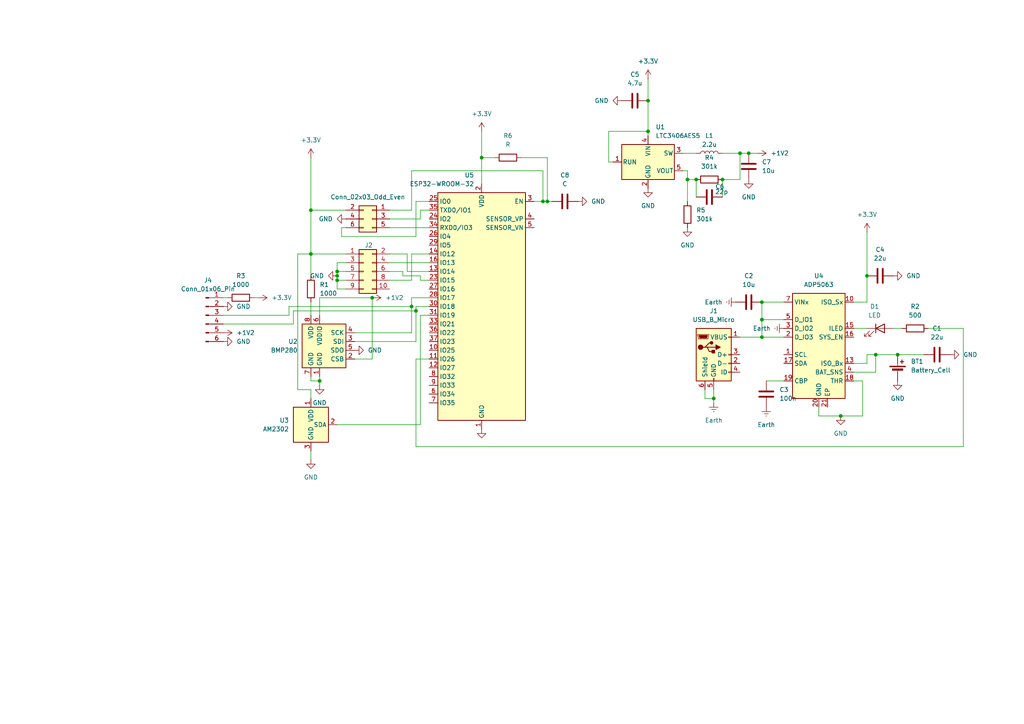
<source format=kicad_sch>
(kicad_sch (version 20240101) (generator "eeschema") (generator_version "8.99")
  (paper "A4")
  (lib_symbols
    (symbol "Battery_Management:ADP5063"
      (property "Reference" "U" (at -6.35 -16.51 0))
      (property "Value" "ADP5063" (at 2.54 16.51 0))
      (symbol "ADP5063_1_1"
        (rectangle (start -7.62 15.24) (end 7.62 -15.24) (stroke (width 0.254)) (fill (type background)))
        (pin input line (at -10.16 -2.54 0) (length 2.54) (name "SCL") (number "1"))
        (pin power_out line (at 10.16 12.7 180) (length 2.54) (name "ISO_Sx") (number "10"))
        (pin passive line (at 10.16 12.7 180) (length 2.54) hide (name "ISO_Sx") (number "11"))
        (pin passive line (at 10.16 -5.08 180) (length 2.54) hide (name "ISO_Bx") (number "12"))
        (pin passive line (at 10.16 -5.08 180) (length 2.54) (name "ISO_Bx") (number "13"))
        (pin passive line (at 10.16 -5.08 180) (length 2.54) hide (name "ISO_Bx") (number "14"))
        (pin open_collector line (at 10.16 5.08 180) (length 2.54) (name "ILED") (number "15"))
        (pin open_collector line (at 10.16 2.54 180) (length 2.54) (name "SYS_EN") (number "16"))
        (pin bidirectional line (at -10.16 -5.08 0) (length 2.54) (name "SDA") (number "17"))
        (pin passive line (at 10.16 -10.16 180) (length 2.54) (name "THR") (number "18"))
        (pin passive line (at -10.16 -10.16 0) (length 2.54) (name "CBP") (number "19"))
        (pin bidirectional line (at -10.16 2.54 0) (length 2.54) (name "D_IO3") (number "2"))
        (pin power_in line (at 0 -17.78 90) (length 2.54) (name "GND") (number "20"))
        (pin passive line (at 2.54 -17.78 90) (length 2.54) (name "EP") (number "21"))
        (pin bidirectional line (at -10.16 5.08 0) (length 2.54) (name "D_IO2") (number "3"))
        (pin passive line (at 10.16 -7.62 180) (length 2.54) (name "BAT_SNS") (number "4"))
        (pin bidirectional line (at -10.16 7.62 0) (length 2.54) (name "D_IO1") (number "5"))
        (pin input line (at -10.16 12.7 0) (length 2.54) hide (name "VINx") (number "6"))
        (pin input line (at -10.16 12.7 0) (length 2.54) (name "VINx") (number "7"))
        (pin input line (at -10.16 12.7 0) (length 2.54) hide (name "VINx") (number "8"))
        (pin passive line (at 10.16 12.7 180) (length 2.54) hide (name "ISO_Sx") (number "9"))
      )
    )
    (symbol "Connector:Conn_01x06_Pin" (pin_names (offset 1.016) hide)
      (property "Reference" "J" (at 0 7.62 0))
      (property "Value" "Conn_01x06_Pin" (at 0 -10.16 0))
      (symbol "Conn_01x06_Pin_1_1"
        (polyline (pts (xy 1.27 -7.62) (xy 0.8636 -7.62)) (stroke (width 0.1524)))
        (polyline (pts (xy 1.27 -5.08) (xy 0.8636 -5.08)) (stroke (width 0.1524)))
        (polyline (pts (xy 1.27 -2.54) (xy 0.8636 -2.54)) (stroke (width 0.1524)))
        (polyline (pts (xy 1.27 0) (xy 0.8636 0)) (stroke (width 0.1524)))
        (polyline (pts (xy 1.27 2.54) (xy 0.8636 2.54)) (stroke (width 0.1524)))
        (polyline (pts (xy 1.27 5.08) (xy 0.8636 5.08)) (stroke (width 0.1524)))
        (rectangle (start 0.8636 -7.493) (end 0 -7.747) (stroke (width 0.1524)) (fill (type outline)))
        (rectangle (start 0.8636 -4.953) (end 0 -5.207) (stroke (width 0.1524)) (fill (type outline)))
        (rectangle (start 0.8636 -2.413) (end 0 -2.667) (stroke (width 0.1524)) (fill (type outline)))
        (rectangle (start 0.8636 0.127) (end 0 -0.127) (stroke (width 0.1524)) (fill (type outline)))
        (rectangle (start 0.8636 2.667) (end 0 2.413) (stroke (width 0.1524)) (fill (type outline)))
        (rectangle (start 0.8636 5.207) (end 0 4.953) (stroke (width 0.1524)) (fill (type outline)))
        (pin passive line (at 5.08 5.08 180) (length 3.81) (name "Pin_1") (number "1"))
        (pin passive line (at 5.08 2.54 180) (length 3.81) (name "Pin_2") (number "2"))
        (pin passive line (at 5.08 0 180) (length 3.81) (name "Pin_3") (number "3"))
        (pin passive line (at 5.08 -2.54 180) (length 3.81) (name "Pin_4") (number "4"))
        (pin passive line (at 5.08 -5.08 180) (length 3.81) (name "Pin_5") (number "5"))
        (pin passive line (at 5.08 -7.62 180) (length 3.81) (name "Pin_6") (number "6"))
      )
    )
    (symbol "Connector:USB_B_Micro" (pin_names (offset 1.016))
      (property "Reference" "J" (at -5.08 11.43 0))
      (property "Value" "USB_B_Micro" (at -5.08 8.89 0))
      (symbol "USB_B_Micro_0_1"
        (rectangle (start -5.08 -7.62) (end 5.08 7.62) (stroke (width 0.254)) (fill (type background)))
        (circle (center -3.81 2.159) (radius 0.635) (stroke (width 0.254)) (fill (type outline)))
        (circle (center -0.635 3.429) (radius 0.381) (stroke (width 0.254)) (fill (type outline)))
        (rectangle (start -0.127 -7.62) (end 0.127 -6.858))
        (polyline (pts (xy -1.905 2.159) (xy 0.635 2.159)) (stroke (width 0.254)))
        (polyline (pts (xy -3.175 2.159) (xy -2.54 2.159) (xy -1.27 3.429) (xy -0.635 3.429)) (stroke (width 0.254)))
        (polyline (pts (xy -2.54 2.159) (xy -1.905 2.159) (xy -1.27 0.889) (xy 0 0.889)) (stroke (width 0.254)))
        (polyline (pts (xy 0.635 2.794) (xy 0.635 1.524) (xy 1.905 2.159) (xy 0.635 2.794)) (stroke (width 0.254)) (fill (type outline)))
        (polyline (pts (xy -4.318 5.588) (xy -1.778 5.588) (xy -2.032 4.826) (xy -4.064 4.826) (xy -4.318 5.588)) (fill (type outline)))
        (polyline (pts (xy -4.699 5.842) (xy -4.699 5.588) (xy -4.445 4.826) (xy -4.445 4.572) (xy -1.651 4.572) (xy -1.651 4.826) (xy -1.397 5.588) (xy -1.397 5.842) (xy -4.699 5.842)))
        (rectangle (start 0.254 1.27) (end -0.508 0.508) (stroke (width 0.254)) (fill (type outline)))
        (rectangle (start 5.08 -5.207) (end 4.318 -4.953))
        (rectangle (start 5.08 -2.667) (end 4.318 -2.413))
        (rectangle (start 5.08 -0.127) (end 4.318 0.127))
        (rectangle (start 5.08 4.953) (end 4.318 5.207))
      )
      (symbol "USB_B_Micro_1_1"
        (pin power_out line (at 7.62 5.08 180) (length 2.54) (name "VBUS") (number "1"))
        (pin bidirectional line (at 7.62 -2.54 180) (length 2.54) (name "D-") (number "2"))
        (pin bidirectional line (at 7.62 0 180) (length 2.54) (name "D+") (number "3"))
        (pin passive line (at 7.62 -5.08 180) (length 2.54) (name "ID") (number "4"))
        (pin power_out line (at 0 -10.16 90) (length 2.54) (name "GND") (number "5"))
        (pin passive line (at -2.54 -10.16 90) (length 2.54) (name "Shield") (number "6"))
      )
    )
    (symbol "Connector_Generic:Conn_02x03_Odd_Even" (pin_names (offset 1.016) hide)
      (property "Reference" "J" (at 1.27 5.08 0))
      (property "Value" "Conn_02x03_Odd_Even" (at 1.27 -5.08 0))
      (symbol "Conn_02x03_Odd_Even_1_1"
        (rectangle (start -1.27 -2.413) (end 0 -2.667) (stroke (width 0.1524)))
        (rectangle (start -1.27 0.127) (end 0 -0.127) (stroke (width 0.1524)))
        (rectangle (start -1.27 2.667) (end 0 2.413) (stroke (width 0.1524)))
        (rectangle (start -1.27 3.81) (end 3.81 -3.81) (stroke (width 0.254)) (fill (type background)))
        (rectangle (start 3.81 -2.413) (end 2.54 -2.667) (stroke (width 0.1524)))
        (rectangle (start 3.81 0.127) (end 2.54 -0.127) (stroke (width 0.1524)))
        (rectangle (start 3.81 2.667) (end 2.54 2.413) (stroke (width 0.1524)))
        (pin passive line (at -5.08 2.54 0) (length 3.81) (name "Pin_1") (number "1"))
        (pin passive line (at 7.62 2.54 180) (length 3.81) (name "Pin_2") (number "2"))
        (pin passive line (at -5.08 0 0) (length 3.81) (name "Pin_3") (number "3"))
        (pin passive line (at 7.62 0 180) (length 3.81) (name "Pin_4") (number "4"))
        (pin passive line (at -5.08 -2.54 0) (length 3.81) (name "Pin_5") (number "5"))
        (pin passive line (at 7.62 -2.54 180) (length 3.81) (name "Pin_6") (number "6"))
      )
    )
    (symbol "Connector_Generic:Conn_02x05_Odd_Even" (pin_names (offset 1.016) hide)
      (property "Reference" "J" (at 1.27 7.62 0))
      (property "Value" "Conn_02x05_Odd_Even" (at 1.27 -7.62 0))
      (symbol "Conn_02x05_Odd_Even_1_1"
        (rectangle (start -1.27 -4.953) (end 0 -5.207) (stroke (width 0.1524)))
        (rectangle (start -1.27 -2.413) (end 0 -2.667) (stroke (width 0.1524)))
        (rectangle (start -1.27 0.127) (end 0 -0.127) (stroke (width 0.1524)))
        (rectangle (start -1.27 2.667) (end 0 2.413) (stroke (width 0.1524)))
        (rectangle (start -1.27 5.207) (end 0 4.953) (stroke (width 0.1524)))
        (rectangle (start -1.27 6.35) (end 3.81 -6.35) (stroke (width 0.254)) (fill (type background)))
        (rectangle (start 3.81 -4.953) (end 2.54 -5.207) (stroke (width 0.1524)))
        (rectangle (start 3.81 -2.413) (end 2.54 -2.667) (stroke (width 0.1524)))
        (rectangle (start 3.81 0.127) (end 2.54 -0.127) (stroke (width 0.1524)))
        (rectangle (start 3.81 2.667) (end 2.54 2.413) (stroke (width 0.1524)))
        (rectangle (start 3.81 5.207) (end 2.54 4.953) (stroke (width 0.1524)))
        (pin passive line (at -5.08 5.08 0) (length 3.81) (name "Pin_1") (number "1"))
        (pin passive line (at 7.62 -5.08 180) (length 3.81) (name "Pin_10") (number "10"))
        (pin passive line (at 7.62 5.08 180) (length 3.81) (name "Pin_2") (number "2"))
        (pin passive line (at -5.08 2.54 0) (length 3.81) (name "Pin_3") (number "3"))
        (pin passive line (at 7.62 2.54 180) (length 3.81) (name "Pin_4") (number "4"))
        (pin passive line (at -5.08 0 0) (length 3.81) (name "Pin_5") (number "5"))
        (pin passive line (at 7.62 0 180) (length 3.81) (name "Pin_6") (number "6"))
        (pin passive line (at -5.08 -2.54 0) (length 3.81) (name "Pin_7") (number "7"))
        (pin passive line (at 7.62 -2.54 180) (length 3.81) (name "Pin_8") (number "8"))
        (pin passive line (at -5.08 -5.08 0) (length 3.81) (name "Pin_9") (number "9"))
      )
    )
    (symbol "Device:Battery_Cell" (pin_numbers hide) (pin_names (offset 0) hide)
      (property "Reference" "BT" (at 2.54 2.54 0))
      (property "Value" "Battery_Cell" (at 2.54 0 0))
      (symbol "Battery_Cell_0_1"
        (rectangle (start -2.286 1.778) (end 2.286 1.524) (fill (type outline)))
        (rectangle (start -1.524 1.016) (end 1.524 0.508) (fill (type outline)))
        (polyline (pts (xy 0 0.762) (xy 0 0)))
        (polyline (pts (xy 0 1.778) (xy 0 2.54)))
        (polyline (pts (xy 0.762 3.048) (xy 1.778 3.048)) (stroke (width 0.254)))
        (polyline (pts (xy 1.27 3.556) (xy 1.27 2.54)) (stroke (width 0.254)))
      )
      (symbol "Battery_Cell_1_1"
        (pin passive line (at 0 5.08 270) (length 2.54) (name "+") (number "1"))
        (pin passive line (at 0 -2.54 90) (length 2.54) (name "-") (number "2"))
      )
    )
    (symbol "Device:C" (pin_numbers hide) (pin_names (offset 0.254))
      (property "Reference" "C" (at 0.635 2.54 0))
      (property "Value" "C" (at 0.635 -2.54 0))
      (symbol "C_0_1"
        (polyline (pts (xy -2.032 -0.762) (xy 2.032 -0.762)) (stroke (width 0.508)))
        (polyline (pts (xy -2.032 0.762) (xy 2.032 0.762)) (stroke (width 0.508)))
      )
      (symbol "C_1_1"
        (pin passive line (at 0 3.81 270) (length 2.794) (name "~") (number "1"))
        (pin passive line (at 0 -3.81 90) (length 2.794) (name "~") (number "2"))
      )
    )
    (symbol "Device:L" (pin_numbers hide) (pin_names (offset 1.016) hide)
      (property "Reference" "L" (at -1.27 0 90))
      (property "Value" "L" (at 1.905 0 90))
      (symbol "L_0_1"
        (arc (start 0 -2.54) (mid 0.6323 -1.905) (end 0 -1.27))
        (arc (start 0 -1.27) (mid 0.6323 -0.635) (end 0 0))
        (arc (start 0 0) (mid 0.6323 0.635) (end 0 1.27))
        (arc (start 0 1.27) (mid 0.6323 1.905) (end 0 2.54))
      )
      (symbol "L_1_1"
        (pin passive line (at 0 3.81 270) (length 1.27) (name "1") (number "1"))
        (pin passive line (at 0 -3.81 90) (length 1.27) (name "2") (number "2"))
      )
    )
    (symbol "Device:LED" (pin_numbers hide) (pin_names (offset 1.016) hide)
      (property "Reference" "D" (at 0 2.54 0))
      (property "Value" "LED" (at 0 -2.54 0))
      (symbol "LED_0_1"
        (polyline (pts (xy -1.27 -1.27) (xy -1.27 1.27)) (stroke (width 0.254)))
        (polyline (pts (xy -1.27 0) (xy 1.27 0)))
        (polyline (pts (xy 1.27 -1.27) (xy 1.27 1.27) (xy -1.27 0) (xy 1.27 -1.27)) (stroke (width 0.254)))
        (polyline (pts (xy -3.048 -0.762) (xy -4.572 -2.286) (xy -3.81 -2.286) (xy -4.572 -2.286) (xy -4.572 -1.524)))
        (polyline (pts (xy -1.778 -0.762) (xy -3.302 -2.286) (xy -2.54 -2.286) (xy -3.302 -2.286) (xy -3.302 -1.524)))
      )
      (symbol "LED_1_1"
        (pin passive line (at -3.81 0 0) (length 2.54) (name "K") (number "1"))
        (pin passive line (at 3.81 0 180) (length 2.54) (name "A") (number "2"))
      )
    )
    (symbol "Device:R" (pin_numbers hide) (pin_names (offset 0))
      (property "Reference" "R" (at 2.032 0 90))
      (property "Value" "R" (at 0 0 90))
      (symbol "R_0_1"
        (rectangle (start -1.016 -2.54) (end 1.016 2.54) (stroke (width 0.254)))
      )
      (symbol "R_1_1"
        (pin passive line (at 0 3.81 270) (length 1.27) (name "~") (number "1"))
        (pin passive line (at 0 -3.81 90) (length 1.27) (name "~") (number "2"))
      )
    )
    (symbol "RF_Module:ESP32-WROOM-32E"
      (property "Reference" "U" (at -12.7 34.29 0))
      (property "Value" "ESP32-WROOM-32E" (at 1.27 34.29 0))
      (symbol "ESP32-WROOM-32E_0_1"
        (rectangle (start -12.7 33.02) (end 12.7 -33.02) (stroke (width 0.254)) (fill (type background)))
      )
      (symbol "ESP32-WROOM-32E_1_1"
        (pin power_in line (at 0 -35.56 90) (length 2.54) (name "GND") (number "1"))
        (pin bidirectional line (at 15.24 -12.7 180) (length 2.54) (name "IO25") (number "10"))
        (pin bidirectional line (at 15.24 -15.24 180) (length 2.54) (name "IO26") (number "11"))
        (pin bidirectional line (at 15.24 -17.78 180) (length 2.54) (name "IO27") (number "12"))
        (pin bidirectional line (at 15.24 10.16 180) (length 2.54) (name "IO14") (number "13"))
        (pin bidirectional line (at 15.24 15.24 180) (length 2.54) (name "IO12") (number "14"))
        (pin passive line (at 0 -35.56 90) (length 2.54) hide (name "GND") (number "15"))
        (pin bidirectional line (at 15.24 12.7 180) (length 2.54) (name "IO13") (number "16"))
        (pin no_connect line (at -12.7 -5.08 0) (length 2.54) hide (name "NC") (number "17"))
        (pin no_connect line (at -12.7 -7.62 0) (length 2.54) hide (name "NC") (number "18"))
        (pin no_connect line (at -12.7 -12.7 0) (length 2.54) hide (name "NC") (number "19"))
        (pin power_in line (at 0 35.56 270) (length 2.54) (name "VDD") (number "2"))
        (pin no_connect line (at -12.7 -10.16 0) (length 2.54) hide (name "NC") (number "20"))
        (pin no_connect line (at -12.7 0 0) (length 2.54) hide (name "NC") (number "21"))
        (pin no_connect line (at -12.7 -2.54 0) (length 2.54) hide (name "NC") (number "22"))
        (pin bidirectional line (at 15.24 7.62 180) (length 2.54) (name "IO15") (number "23"))
        (pin bidirectional line (at 15.24 25.4 180) (length 2.54) (name "IO2") (number "24"))
        (pin bidirectional line (at 15.24 30.48 180) (length 2.54) (name "IO0") (number "25"))
        (pin bidirectional line (at 15.24 20.32 180) (length 2.54) (name "IO4") (number "26"))
        (pin bidirectional line (at 15.24 5.08 180) (length 2.54) (name "IO16") (number "27"))
        (pin bidirectional line (at 15.24 2.54 180) (length 2.54) (name "IO17") (number "28"))
        (pin bidirectional line (at 15.24 17.78 180) (length 2.54) (name "IO5") (number "29"))
        (pin input line (at -15.24 30.48 0) (length 2.54) (name "EN") (number "3"))
        (pin bidirectional line (at 15.24 0 180) (length 2.54) (name "IO18") (number "30"))
        (pin bidirectional line (at 15.24 -2.54 180) (length 2.54) (name "IO19") (number "31"))
        (pin no_connect line (at -12.7 -27.94 0) (length 2.54) hide (name "NC") (number "32"))
        (pin bidirectional line (at 15.24 -5.08 180) (length 2.54) (name "IO21") (number "33"))
        (pin bidirectional line (at 15.24 22.86 180) (length 2.54) (name "RXD0/IO3") (number "34"))
        (pin bidirectional line (at 15.24 27.94 180) (length 2.54) (name "TXD0/IO1") (number "35"))
        (pin bidirectional line (at 15.24 -7.62 180) (length 2.54) (name "IO22") (number "36"))
        (pin bidirectional line (at 15.24 -10.16 180) (length 2.54) (name "IO23") (number "37"))
        (pin passive line (at 0 -35.56 90) (length 2.54) hide (name "GND") (number "38"))
        (pin passive line (at 0 -35.56 90) (length 2.54) hide (name "GND") (number "39"))
        (pin input line (at -15.24 25.4 0) (length 2.54) (name "SENSOR_VP") (number "4"))
        (pin input line (at -15.24 22.86 0) (length 2.54) (name "SENSOR_VN") (number "5"))
        (pin input line (at 15.24 -25.4 180) (length 2.54) (name "IO34") (number "6"))
        (pin input line (at 15.24 -27.94 180) (length 2.54) (name "IO35") (number "7"))
        (pin bidirectional line (at 15.24 -20.32 180) (length 2.54) (name "IO32") (number "8"))
        (pin bidirectional line (at 15.24 -22.86 180) (length 2.54) (name "IO33") (number "9"))
      )
    )
    (symbol "Regulator_Switching:LTC3406AES5" (pin_names (offset 0.254))
      (property "Reference" "U" (at -6.35 6.35 0))
      (property "Value" "LTC3406AES5" (at 1.27 6.35 0))
      (symbol "LTC3406AES5_0_1"
        (rectangle (start -7.62 5.08) (end 7.62 -5.08) (stroke (width 0.254)) (fill (type background)))
      )
      (symbol "LTC3406AES5_1_1"
        (pin input line (at -10.16 0 0) (length 2.54) (name "RUN") (number "1"))
        (pin power_in line (at 0 -7.62 90) (length 2.54) (name "GND") (number "2"))
        (pin output line (at 10.16 2.54 180) (length 2.54) (name "SW") (number "3"))
        (pin power_in line (at 0 7.62 270) (length 2.54) (name "VIN") (number "4"))
        (pin power_out line (at 10.16 -2.54 180) (length 2.54) (name "VOUT") (number "5"))
      )
    )
    (symbol "Sensor:AM2302"
      (property "Reference" "U" (at -3.81 6.35 0))
      (property "Value" "AM2302" (at 3.81 6.35 0))
      (symbol "AM2302_0_1"
        (rectangle (start -5.08 5.08) (end 5.08 -5.08) (stroke (width 0.254)) (fill (type background)))
      )
      (symbol "AM2302_1_1"
        (pin power_in line (at 0 7.62 270) (length 2.54) (name "VDD") (number "1"))
        (pin bidirectional line (at 7.62 0 180) (length 2.54) (name "SDA") (number "2"))
        (pin power_in line (at 0 -7.62 90) (length 2.54) (name "GND") (number "3"))
        (pin passive line (at 0 -7.62 90) (length 2.54) hide (name "GND") (number "4"))
      )
    )
    (symbol "Sensor_Pressure:BMP280"
      (property "Reference" "U" (at -7.62 10.16 0))
      (property "Value" "BMP280" (at 5.08 10.16 0))
      (symbol "BMP280_0_1"
        (rectangle (start -7.62 -5.08) (end 5.08 7.62) (stroke (width 0.254)) (fill (type background)))
      )
      (symbol "BMP280_1_1"
        (pin power_in line (at 0 -7.62 90) (length 2.54) (name "GND") (number "1"))
        (pin input line (at -10.16 -2.54 0) (length 2.54) (name "CSB") (number "2"))
        (pin bidirectional line (at -10.16 2.54 0) (length 2.54) (name "SDI") (number "3"))
        (pin input line (at -10.16 5.08 0) (length 2.54) (name "SCK") (number "4"))
        (pin bidirectional line (at -10.16 0 0) (length 2.54) (name "SDO") (number "5"))
        (pin power_in line (at 0 10.16 270) (length 2.54) (name "VDDIO") (number "6"))
        (pin power_in line (at 2.54 -7.62 90) (length 2.54) (name "GND") (number "7"))
        (pin power_in line (at 2.54 10.16 270) (length 2.54) (name "VDD") (number "8"))
      )
    )
    (symbol "power:+1V2" (power) (pin_numbers hide) (pin_names (offset 0) hide)
      (property "Value" "+1V2" (at 0 3.556 0))
      (symbol "+1V2_0_1"
        (polyline (pts (xy -0.762 1.27) (xy 0 2.54)))
        (polyline (pts (xy 0 0) (xy 0 2.54)))
        (polyline (pts (xy 0 2.54) (xy 0.762 1.27)))
      )
      (symbol "+1V2_1_1"
        (pin power_in line (at 0 0 90) (length 0) (name "~") (number "1"))
      )
    )
    (symbol "power:+3.3V" (power) (pin_numbers hide) (pin_names (offset 0) hide)
      (property "Value" "+3.3V" (at 0 3.556 0))
      (symbol "+3.3V_0_1"
        (polyline (pts (xy -0.762 1.27) (xy 0 2.54)))
        (polyline (pts (xy 0 0) (xy 0 2.54)))
        (polyline (pts (xy 0 2.54) (xy 0.762 1.27)))
      )
      (symbol "+3.3V_1_1"
        (pin power_in line (at 0 0 90) (length 0) (name "~") (number "1"))
      )
    )
    (symbol "power:Earth" (power) (pin_numbers hide) (pin_names (offset 0) hide)
      (property "Value" "Earth" (at 0 -3.81 0))
      (symbol "Earth_0_1"
        (polyline (pts (xy -0.635 -1.905) (xy 0.635 -1.905)))
        (polyline (pts (xy -0.127 -2.54) (xy 0.127 -2.54)))
        (polyline (pts (xy 0 -1.27) (xy 0 0)))
        (polyline (pts (xy 1.27 -1.27) (xy -1.27 -1.27)))
      )
      (symbol "Earth_1_1"
        (pin power_in line (at 0 0 270) (length 0) (name "~") (number "1"))
      )
    )
    (symbol "power:GND" (power) (pin_numbers hide) (pin_names (offset 0) hide)
      (property "Value" "GND" (at 0 -3.81 0))
      (symbol "GND_0_1"
        (polyline (pts (xy 0 0) (xy 0 -1.27) (xy 1.27 -1.27) (xy 0 -2.54) (xy -1.27 -1.27) (xy 0 -1.27)))
      )
      (symbol "GND_1_1"
        (pin power_in line (at 0 0 270) (length 0) (name "~") (number "1"))
      )
    )
  )
  (junction (at 120.65 90.17))
  (junction (at 97.79 80.01))
  (junction (at 157.48 58.42))
  (junction (at 220.98 92.71))
  (junction (at 243.84 120.65))
  (junction (at 207.01 115.57))
  (junction (at 187.96 29.21))
  (junction (at 199.39 52.07))
  (junction (at 97.79 78.74))
  (junction (at 217.17 44.45))
  (junction (at 139.7 45.72))
  (junction (at 119.38 88.9))
  (junction (at 260.35 102.87))
  (junction (at 254 102.87))
  (junction (at 187.96 38.1))
  (junction (at 92.71 110.49))
  (junction (at 209.55 52.07))
  (junction (at 90.17 73.66))
  (junction (at 251.46 80.01))
  (junction (at 201.93 52.07))
  (junction (at 220.98 87.63))
  (junction (at 90.17 60.96))
  (junction (at 158.75 58.42))
  (junction (at 107.95 86.36))
  (junction (at 220.98 97.79))
  (junction (at 97.79 81.28))
  (junction (at 214.63 44.45))
  (wire (pts (xy 92.71 111.76) (xy 92.71 110.49)))
  (wire (pts (xy 90.17 87.63) (xy 90.17 91.44)))
  (wire (pts (xy 100.33 76.2) (xy 97.79 76.2)))
  (wire (pts (xy 158.75 45.72) (xy 158.75 58.42)))
  (wire (pts (xy 100.33 66.04) (xy 99.06 66.04)))
  (wire (pts (xy 90.17 73.66) (xy 90.17 80.01)))
  (wire (pts (xy 83.82 91.44) (xy 83.82 88.9)))
  (wire (pts (xy 116.84 80.01) (xy 121.92 80.01)))
  (wire (pts (xy 97.79 81.28) (xy 100.33 81.28)))
  (wire (pts (xy 176.53 38.1) (xy 176.53 46.99)))
  (wire (pts (xy 251.46 80.01) (xy 251.46 67.31)))
  (wire (pts (xy 97.79 123.19) (xy 121.92 123.19)))
  (wire (pts (xy 100.33 73.66) (xy 90.17 73.66)))
  (wire (pts (xy 99.06 68.58) (xy 120.65 68.58)))
  (wire (pts (xy 90.17 110.49) (xy 92.71 110.49)))
  (wire (pts (xy 120.65 129.54) (xy 120.65 104.14)))
  (wire (pts (xy 120.65 99.06) (xy 120.65 90.17)))
  (wire (pts (xy 254 107.95) (xy 254 102.87)))
  (wire (pts (xy 279.4 95.25) (xy 279.4 129.54)))
  (wire (pts (xy 199.39 52.07) (xy 201.93 52.07)))
  (wire (pts (xy 99.06 66.04) (xy 99.06 68.58)))
  (wire (pts (xy 85.09 93.98) (xy 85.09 90.17)))
  (wire (pts (xy 209.55 52.07) (xy 209.55 57.15)))
  (wire (pts (xy 92.71 86.36) (xy 107.95 86.36)))
  (wire (pts (xy 204.47 113.03) (xy 204.47 115.57)))
  (wire (pts (xy 97.79 81.28) (xy 97.79 83.82)))
  (wire (pts (xy 247.65 95.25) (xy 251.46 95.25)))
  (wire (pts (xy 97.79 80.01) (xy 97.79 81.28)))
  (wire (pts (xy 121.92 91.44) (xy 124.46 91.44)))
  (wire (pts (xy 187.96 29.21) (xy 187.96 38.1)))
  (wire (pts (xy 251.46 87.63) (xy 251.46 80.01)))
  (wire (pts (xy 121.92 81.28) (xy 124.46 81.28)))
  (wire (pts (xy 243.84 120.65) (xy 237.49 120.65)))
  (wire (pts (xy 119.38 86.36) (xy 124.46 86.36)))
  (wire (pts (xy 119.38 96.52) (xy 119.38 88.9)))
  (wire (pts (xy 254 102.87) (xy 260.35 102.87)))
  (wire (pts (xy 139.7 45.72) (xy 143.51 45.72)))
  (wire (pts (xy 120.65 104.14) (xy 124.46 104.14)))
  (wire (pts (xy 113.03 63.5) (xy 121.92 63.5)))
  (wire (pts (xy 247.65 110.49) (xy 250.19 110.49)))
  (wire (pts (xy 102.87 99.06) (xy 120.65 99.06)))
  (wire (pts (xy 113.03 73.66) (xy 118.11 73.66)))
  (wire (pts (xy 214.63 97.79) (xy 220.98 97.79)))
  (wire (pts (xy 222.25 110.49) (xy 227.33 110.49)))
  (wire (pts (xy 220.98 92.71) (xy 220.98 87.63)))
  (wire (pts (xy 118.11 78.74) (xy 124.46 78.74)))
  (wire (pts (xy 250.19 110.49) (xy 250.19 120.65)))
  (wire (pts (xy 90.17 109.22) (xy 90.17 110.49)))
  (wire (pts (xy 92.71 91.44) (xy 92.71 86.36)))
  (wire (pts (xy 90.17 113.03) (xy 86.36 113.03)))
  (wire (pts (xy 201.93 52.07) (xy 201.93 57.15)))
  (wire (pts (xy 97.79 78.74) (xy 97.79 80.01)))
  (wire (pts (xy 269.24 95.25) (xy 279.4 95.25)))
  (wire (pts (xy 199.39 49.53) (xy 198.12 49.53)))
  (wire (pts (xy 90.17 115.57) (xy 90.17 113.03)))
  (wire (pts (xy 120.65 90.17) (xy 120.65 88.9)))
  (wire (pts (xy 90.17 130.81) (xy 90.17 133.35)))
  (wire (pts (xy 107.95 104.14) (xy 102.87 104.14)))
  (wire (pts (xy 247.65 105.41) (xy 251.46 105.41)))
  (wire (pts (xy 121.92 123.19) (xy 121.92 91.44)))
  (wire (pts (xy 120.65 58.42) (xy 124.46 58.42)))
  (wire (pts (xy 259.08 95.25) (xy 261.62 95.25)))
  (wire (pts (xy 157.48 49.53) (xy 157.48 58.42)))
  (wire (pts (xy 116.84 78.74) (xy 116.84 80.01)))
  (wire (pts (xy 214.63 44.45) (xy 217.17 44.45)))
  (wire (pts (xy 64.77 86.36) (xy 66.04 86.36)))
  (wire (pts (xy 187.96 38.1) (xy 176.53 38.1)))
  (wire (pts (xy 187.96 38.1) (xy 187.96 39.37)))
  (wire (pts (xy 158.75 58.42) (xy 160.02 58.42)))
  (wire (pts (xy 204.47 115.57) (xy 207.01 115.57)))
  (wire (pts (xy 176.53 46.99) (xy 177.8 46.99)))
  (wire (pts (xy 113.03 60.96) (xy 119.38 60.96)))
  (wire (pts (xy 119.38 49.53) (xy 157.48 49.53)))
  (wire (pts (xy 90.17 60.96) (xy 100.33 60.96)))
  (wire (pts (xy 90.17 73.66) (xy 90.17 60.96)))
  (wire (pts (xy 199.39 49.53) (xy 199.39 52.07)))
  (wire (pts (xy 86.36 73.66) (xy 90.17 73.66)))
  (wire (pts (xy 92.71 109.22) (xy 92.71 110.49)))
  (wire (pts (xy 157.48 58.42) (xy 158.75 58.42)))
  (wire (pts (xy 151.13 45.72) (xy 158.75 45.72)))
  (wire (pts (xy 260.35 102.87) (xy 267.97 102.87)))
  (wire (pts (xy 251.46 105.41) (xy 251.46 102.87)))
  (wire (pts (xy 120.65 68.58) (xy 120.65 58.42)))
  (wire (pts (xy 209.55 44.45) (xy 214.63 44.45)))
  (wire (pts (xy 119.38 88.9) (xy 119.38 86.36)))
  (wire (pts (xy 187.96 22.86) (xy 187.96 29.21)))
  (wire (pts (xy 207.01 115.57) (xy 207.01 113.03)))
  (wire (pts (xy 250.19 120.65) (xy 243.84 120.65)))
  (wire (pts (xy 113.03 76.2) (xy 124.46 76.2)))
  (wire (pts (xy 121.92 60.96) (xy 124.46 60.96)))
  (wire (pts (xy 64.77 93.98) (xy 85.09 93.98)))
  (wire (pts (xy 214.63 52.07) (xy 214.63 44.45)))
  (wire (pts (xy 113.03 66.04) (xy 124.46 66.04)))
  (wire (pts (xy 121.92 80.01) (xy 121.92 81.28)))
  (wire (pts (xy 83.82 88.9) (xy 119.38 88.9)))
  (wire (pts (xy 198.12 44.45) (xy 201.93 44.45)))
  (wire (pts (xy 199.39 52.07) (xy 199.39 58.42)))
  (wire (pts (xy 220.98 92.71) (xy 227.33 92.71)))
  (wire (pts (xy 97.79 83.82) (xy 100.33 83.82)))
  (wire (pts (xy 220.98 97.79) (xy 227.33 97.79)))
  (wire (pts (xy 86.36 113.03) (xy 86.36 73.66)))
  (wire (pts (xy 73.66 86.36) (xy 74.93 86.36)))
  (wire (pts (xy 119.38 73.66) (xy 124.46 73.66)))
  (wire (pts (xy 279.4 129.54) (xy 120.65 129.54)))
  (wire (pts (xy 209.55 52.07) (xy 214.63 52.07)))
  (wire (pts (xy 119.38 81.28) (xy 119.38 73.66)))
  (wire (pts (xy 97.79 76.2) (xy 97.79 78.74)))
  (wire (pts (xy 251.46 102.87) (xy 254 102.87)))
  (wire (pts (xy 64.77 91.44) (xy 83.82 91.44)))
  (wire (pts (xy 113.03 78.74) (xy 116.84 78.74)))
  (wire (pts (xy 121.92 63.5) (xy 121.92 60.96)))
  (wire (pts (xy 139.7 53.34) (xy 139.7 45.72)))
  (wire (pts (xy 247.65 107.95) (xy 254 107.95)))
  (wire (pts (xy 102.87 96.52) (xy 119.38 96.52)))
  (wire (pts (xy 220.98 97.79) (xy 220.98 92.71)))
  (wire (pts (xy 220.98 87.63) (xy 227.33 87.63)))
  (wire (pts (xy 157.48 58.42) (xy 154.94 58.42)))
  (wire (pts (xy 139.7 45.72) (xy 139.7 38.1)))
  (wire (pts (xy 107.95 86.36) (xy 107.95 104.14)))
  (wire (pts (xy 120.65 88.9) (xy 124.46 88.9)))
  (wire (pts (xy 207.01 116.84) (xy 207.01 115.57)))
  (wire (pts (xy 97.79 78.74) (xy 100.33 78.74)))
  (wire (pts (xy 90.17 60.96) (xy 90.17 45.72)))
  (wire (pts (xy 119.38 60.96) (xy 119.38 49.53)))
  (wire (pts (xy 237.49 120.65) (xy 237.49 118.11)))
  (wire (pts (xy 113.03 81.28) (xy 119.38 81.28)))
  (wire (pts (xy 118.11 73.66) (xy 118.11 78.74)))
  (wire (pts (xy 217.17 44.45) (xy 219.71 44.45)))
  (wire (pts (xy 85.09 90.17) (xy 120.65 90.17)))
  (wire (pts (xy 247.65 87.63) (xy 251.46 87.63)))
  (symbol (lib_id "power:GND") (at 100.33 63.5 270) (mirror x) (unit 1)
    (property "Reference" "#PWR014" (effects (hide yes)))
    (property "Value" "GND" (at 96.52 63.4999 90) (effects (justify right)))
    (property "Description" "Power symbol creates a global label with name \"GND\" , ground" (effects (hide yes)))
  )
  (symbol (lib_id "power:+3.3V") (at 74.93 86.36 270) (unit 1)
    (property "Reference" "#PWR019" (effects (hide yes)))
    (property "Value" "+3.3V" (at 78.74 86.3599 90) (effects (justify left)))
    (property "Description" "Power symbol creates a global label with name \"+3.3V\"" (effects (hide yes)))
  )
  (symbol (lib_id "power:GND") (at 64.77 88.9 90) (unit 1)
    (property "Reference" "#PWR03" (effects (hide yes)))
    (property "Value" "GND" (at 68.58 88.8999 90) (effects (justify right)))
    (property "Description" "Power symbol creates a global label with name \"GND\" , ground" (effects (hide yes)))
  )
  (symbol (lib_id "Device:L") (at 205.74 44.45 90) (unit 1)
    (property "Reference" "L1" (at 205.74 39.37 90))
    (property "Value" "2.2u" (at 205.74 41.91 90))
    (property "Description" "Inductor" (effects (hide yes)))
  )
  (symbol (lib_id "power:GND") (at 90.17 133.35 0) (unit 1)
    (property "Reference" "#PWR05" (effects (hide yes)))
    (property "Value" "GND" (at 90.17 138.43 0))
    (property "Description" "Power symbol creates a global label with name \"GND\" , ground" (effects (hide yes)))
  )
  (symbol (lib_id "power:Earth") (at 222.25 118.11 0) (unit 1)
    (property "Reference" "#PWR012" (effects (hide yes)))
    (property "Value" "Earth" (at 222.25 123.19 0))
    (property "Description" "Power symbol creates a global label with name \"Earth\"" (effects (hide yes)))
  )
  (symbol (lib_id "Device:C") (at 217.17 48.26 180) (unit 1)
    (property "Reference" "C7" (at 220.98 46.9899 0) (effects (justify right)))
    (property "Value" "10u" (at 220.98 49.5299 0) (effects (justify right)))
    (property "Description" "Unpolarized capacitor" (effects (hide yes)))
  )
  (symbol (lib_id "power:GND") (at 199.39 66.04 0) (unit 1)
    (property "Reference" "#PWR027" (effects (hide yes)))
    (property "Value" "GND" (at 199.39 71.12 0))
    (property "Description" "Power symbol creates a global label with name \"GND\" , ground" (effects (hide yes)))
  )
  (symbol (lib_id "power:+1V2") (at 64.77 96.52 270) (unit 1)
    (property "Reference" "#PWR022" (effects (hide yes)))
    (property "Value" "+1V2" (at 68.58 96.5199 90) (effects (justify left)))
    (property "Description" "Power symbol creates a global label with name \"+1V2\"" (effects (hide yes)))
  )
  (symbol (lib_id "power:GND") (at 64.77 99.06 90) (unit 1)
    (property "Reference" "#PWR020" (effects (hide yes)))
    (property "Value" "GND" (at 68.58 99.0599 90) (effects (justify right)))
    (property "Description" "Power symbol creates a global label with name \"GND\" , ground" (effects (hide yes)))
  )
  (symbol (lib_id "power:Earth") (at 213.36 87.63 270) (unit 1)
    (property "Reference" "#PWR011" (effects (hide yes)))
    (property "Value" "Earth" (at 209.55 87.6299 90) (effects (justify right)))
    (property "Description" "Power symbol creates a global label with name \"Earth\"" (effects (hide yes)))
  )
  (symbol (lib_id "power:GND") (at 139.7 124.46 0) (unit 1)
    (property "Reference" "#PWR01" (effects (hide yes)))
    (property "Value" "GND" (effects (hide yes)))
    (property "Description" "Power symbol creates a global label with name \"GND\" , ground" (effects (hide yes)))
  )
  (symbol (lib_id "Device:LED") (at 255.27 95.25 0) (unit 1)
    (property "Reference" "D1" (at 253.6825 88.9 0))
    (property "Value" "LED" (at 253.6825 91.44 0))
    (property "Description" "Light emitting diode" (effects (hide yes)))
  )
  (symbol (lib_id "Connector_Generic:Conn_02x05_Odd_Even") (at 105.41 78.74 0) (unit 1)
    (property "Reference" "J2" (at 106.934 71.12 0))
    (property "Value" "Conn_02x05_Odd_Even" (effects (hide yes)))
    (property "Footprint" "Connector_IDC:IDC-Header_2x05_P2.54mm_Vertical" (effects (hide yes)))
    (property "Description" "Generic connector, double row, 02x05, odd/even pin numbering scheme (row 1 odd numbers, row 2 even numbers), script generated (kicad-library-utils/schlib/autogen/connector/)" (effects (hide yes)))
  )
  (symbol (lib_id "Device:C") (at 271.78 102.87 90) (unit 1)
    (property "Reference" "C1" (at 271.78 95.25 90))
    (property "Value" "22u" (at 271.78 97.79 90))
    (property "Description" "Unpolarized capacitor" (effects (hide yes)))
  )
  (symbol (lib_id "power:GND") (at 102.87 101.6 90) (unit 1)
    (property "Reference" "#PWR04" (effects (hide yes)))
    (property "Value" "GND" (at 106.68 101.5999 90) (effects (justify right)))
    (property "Description" "Power symbol creates a global label with name \"GND\" , ground" (effects (hide yes)))
  )
  (symbol (lib_id "power:Earth") (at 227.33 95.25 270) (unit 1)
    (property "Reference" "#PWR015" (effects (hide yes)))
    (property "Value" "Earth" (at 223.52 95.2499 90) (effects (justify right)))
    (property "Description" "Power symbol creates a global label with name \"Earth\"" (effects (hide yes)))
  )
  (symbol (lib_id "power:GND") (at 187.96 54.61 0) (unit 1)
    (property "Reference" "#PWR026" (effects (hide yes)))
    (property "Value" "GND" (at 187.96 59.69 0))
    (property "Description" "Power symbol creates a global label with name \"GND\" , ground" (effects (hide yes)))
  )
  (symbol (lib_id "Battery_Management:ADP5063") (at 237.49 100.33 0) (unit 1)
    (property "Reference" "U4" (at 237.49 80.01 0))
    (property "Value" "ADP5063" (at 237.49 82.55 0))
    (property "Footprint" "Package_DFN_QFN:QFN-20-1EP_4x4mm_P0.5mm_EP2.5x2.5mm" (effects (hide yes)))
    (property "Datasheet" "https://www.analog.com/media/en/technical-documentation/data-sheets/ADP5063.pdf" (effects (hide yes)))
    (property "Description" "Linear LiFePO4 Battery Charger with Power Path and USB Compatibility, LFCSP" (effects (hide yes)))
  )
  (symbol (lib_id "Connector:USB_B_Micro") (at 207.01 102.87 0) (unit 1)
    (property "Reference" "J1" (at 207.01 90.17 0))
    (property "Value" "USB_B_Micro" (at 207.01 92.71 0))
    (property "Description" "USB Micro Type B connector" (effects (hide yes)))
  )
  (symbol (lib_id "Device:C") (at 184.15 29.21 90) (unit 1)
    (property "Reference" "C5" (at 184.15 21.59 90))
    (property "Value" "4.7u" (at 184.15 24.13 90))
    (property "Description" "Unpolarized capacitor" (effects (hide yes)))
  )
  (symbol (lib_id "Sensor_Pressure:BMP280") (at 92.71 101.6 0) (mirror y) (unit 1)
    (property "Reference" "U2" (at 86.36 99.0599 0) (effects (justify left)))
    (property "Value" "BMP280" (at 86.36 101.5999 0) (effects (justify left)))
    (property "Footprint" "Package_LGA:Bosch_LGA-8_2.5x2.5mm_P0.65mm_ClockwisePinNumbering" (effects (hide yes)))
    (property "Datasheet" "https://ae-bst.resource.bosch.com/media/_tech/media/datasheets/BST-BMP280-DS001.pdf" (effects (hide yes)))
    (property "Description" "Absolute Barometric Pressure Sensor, LGA-8" (effects (hide yes)))
  )
  (symbol (lib_id "Device:C") (at 217.17 87.63 270) (unit 1)
    (property "Reference" "C2" (at 217.17 80.01 90))
    (property "Value" "10u" (at 217.17 82.55 90))
    (property "Description" "Unpolarized capacitor" (effects (hide yes)))
  )
  (symbol (lib_id "Device:R") (at 199.39 62.23 180) (unit 1)
    (property "Reference" "R5" (at 201.93 60.9599 0) (effects (justify right)))
    (property "Value" "301k" (at 201.93 63.4999 0) (effects (justify right)))
    (property "Description" "Resistor" (effects (hide yes)))
  )
  (symbol (lib_id "Device:R") (at 265.43 95.25 90) (unit 1)
    (property "Reference" "R2" (at 265.43 88.9 90))
    (property "Value" "500" (at 265.43 91.44 90))
    (property "Description" "Resistor" (effects (hide yes)))
  )
  (symbol (lib_id "power:+3.3V") (at 251.46 67.31 0) (unit 1)
    (property "Reference" "#PWR016" (effects (hide yes)))
    (property "Value" "+3.3V" (at 251.46 62.23 0))
    (property "Description" "Power symbol creates a global label with name \"+3.3V\"" (effects (hide yes)))
  )
  (symbol (lib_id "power:GND") (at 275.59 102.87 90) (unit 1)
    (property "Reference" "#PWR09" (effects (hide yes)))
    (property "Value" "GND" (at 279.4 102.8699 90) (effects (justify right)))
    (property "Description" "Power symbol creates a global label with name \"GND\" , ground" (effects (hide yes)))
  )
  (symbol (lib_id "Device:Battery_Cell") (at 260.35 107.95 0) (unit 1)
    (property "Reference" "BT1" (at 264.16 104.8384 0) (effects (justify left)))
    (property "Value" "Battery_Cell" (at 264.16 107.3784 0) (effects (justify left)))
    (property "Description" "Single-cell battery" (effects (hide yes)))
  )
  (symbol (lib_id "power:+3.3V") (at 90.17 45.72 0) (unit 1)
    (property "Reference" "#PWR018" (effects (hide yes)))
    (property "Value" "+3.3V" (at 90.17 40.64 0))
    (property "Description" "Power symbol creates a global label with name \"+3.3V\"" (effects (hide yes)))
  )
  (symbol (lib_id "power:+1V2") (at 219.71 44.45 270) (unit 1)
    (property "Reference" "#PWR024" (effects (hide yes)))
    (property "Value" "+1V2" (at 223.52 44.4499 90) (effects (justify left)))
    (property "Description" "Power symbol creates a global label with name \"+1V2\"" (effects (hide yes)))
  )
  (symbol (lib_id "Device:C") (at 205.74 57.15 90) (unit 1)
    (property "Reference" "C6" (at 208.788 54.102 90))
    (property "Value" "22p" (at 209.296 55.626 90))
    (property "Description" "Unpolarized capacitor" (effects (hide yes)))
  )
  (symbol (lib_id "power:GND") (at 217.17 52.07 0) (unit 1)
    (property "Reference" "#PWR028" (effects (hide yes)))
    (property "Value" "GND" (at 217.17 57.15 0))
    (property "Description" "Power symbol creates a global label with name \"GND\" , ground" (effects (hide yes)))
  )
  (symbol (lib_id "Device:C") (at 222.25 114.3 0) (unit 1)
    (property "Reference" "C3" (at 226.06 113.0299 0) (effects (justify left)))
    (property "Value" "100n" (at 226.06 115.5699 0) (effects (justify left)))
    (property "Description" "Unpolarized capacitor" (effects (hide yes)))
  )
  (symbol (lib_id "power:GND") (at 92.71 111.76 0) (unit 1)
    (property "Reference" "#PWR02" (effects (hide yes)))
    (property "Value" "GND" (at 92.71 116.84 0))
    (property "Description" "Power symbol creates a global label with name \"GND\" , ground" (effects (hide yes)))
  )
  (symbol (lib_id "power:+1V2") (at 107.95 86.36 270) (unit 1)
    (property "Reference" "#PWR021" (effects (hide yes)))
    (property "Value" "+1V2" (at 111.76 86.3599 90) (effects (justify left)))
    (property "Description" "Power symbol creates a global label with name \"+1V2\"" (effects (hide yes)))
  )
  (symbol (lib_id "RF_Module:ESP32-WROOM-32E") (at 139.7 88.9 0) (mirror y) (unit 1)
    (property "Reference" "U5" (at 137.5059 50.8 0) (effects (justify left)))
    (property "Value" "ESP32-WROOM-32" (at 137.5059 53.34 0) (effects (justify left)))
    (property "Footprint" "RF_Module:ESP32-WROOM-32D" (effects (hide yes)))
    (property "Datasheet" "https://www.espressif.com/sites/default/files/documentation/esp32-wroom-32e_esp32-wroom-32ue_datasheet_en.pdf" (effects (hide yes)))
    (property "Description" "RF Module, ESP32-D0WD-V3 SoC, without PSRAM, Wi-Fi 802.11b/g/n, Bluetooth, BLE, 32-bit, 2.7-3.6V, onboard antenna, SMD" (effects (hide yes)))
  )
  (symbol (lib_id "Device:C") (at 255.27 80.01 90) (unit 1)
    (property "Reference" "C4" (at 255.27 72.39 90))
    (property "Value" "22u" (at 255.27 74.93 90))
    (property "Description" "Unpolarized capacitor" (effects (hide yes)))
  )
  (symbol (lib_id "Regulator_Switching:LTC3406AES5") (at 187.96 46.99 0) (unit 1)
    (property "Reference" "U1" (at 190.1541 36.83 0) (effects (justify left)))
    (property "Value" "LTC3406AES5" (at 190.1541 39.37 0) (effects (justify left)))
    (property "Footprint" "Package_TO_SOT_SMD:TSOT-23-5" (effects (hide yes)))
    (property "Datasheet" "https://www.analog.com/media/en/technical-documentation/data-sheets/3406afa.pdf" (effects (hide yes)))
    (property "Description" "600mA Synchronous Step-Down Regulator, 1.5MHz, Fixed 1.2V Output Voltage, Low Ripple Burst Mode, ThinSOT-23" (effects (hide yes)))
  )
  (symbol (lib_id "Connector:Conn_01x06_Pin") (at 59.69 91.44 0) (unit 1)
    (property "Reference" "J4" (at 60.325 81.28 0))
    (property "Value" "Conn_01x06_Pin" (at 60.325 83.82 0))
    (property "Footprint" "Connector_PinHeader_2.54mm:PinHeader_1x06_P2.54mm_Vertical" (effects (hide yes)))
    (property "Description" "Generic connector, single row, 01x06, script generated" (effects (hide yes)))
  )
  (symbol (lib_id "Connector_Generic:Conn_02x03_Odd_Even") (at 107.95 63.5 0) (mirror y) (unit 1)
    (property "Reference" "J3" (effects (hide yes)))
    (property "Value" "Conn_02x03_Odd_Even" (at 106.68 57.15 0))
    (property "Footprint" "Connector_IDC:IDC-Header_2x03_P2.54mm_Vertical" (effects (hide yes)))
    (property "Description" "Generic connector, double row, 02x03, odd/even pin numbering scheme (row 1 odd numbers, row 2 even numbers), script generated (kicad-library-utils/schlib/autogen/connector/)" (effects (hide yes)))
  )
  (symbol (lib_id "Device:R") (at 205.74 52.07 90) (unit 1)
    (property "Reference" "R4" (at 205.74 45.72 90))
    (property "Value" "301k" (at 205.74 48.26 90))
    (property "Description" "Resistor" (effects (hide yes)))
  )
  (symbol (lib_id "power:GND") (at 259.08 80.01 90) (unit 1)
    (property "Reference" "#PWR013" (effects (hide yes)))
    (property "Value" "GND" (at 262.89 80.0099 90) (effects (justify right)))
    (property "Description" "Power symbol creates a global label with name \"GND\" , ground" (effects (hide yes)))
  )
  (symbol (lib_id "Device:R") (at 90.17 83.82 180) (unit 1)
    (property "Reference" "R1" (at 92.71 82.5499 0) (effects (justify right)))
    (property "Value" "1000" (at 92.71 85.0899 0) (effects (justify right)))
    (property "Description" "Resistor" (effects (hide yes)))
  )
  (symbol (lib_id "power:GND") (at 260.35 110.49 0) (unit 1)
    (property "Reference" "#PWR07" (effects (hide yes)))
    (property "Value" "GND" (at 260.35 115.57 0))
    (property "Description" "Power symbol creates a global label with name \"GND\" , ground" (effects (hide yes)))
  )
  (symbol (lib_id "power:Earth") (at 207.01 116.84 0) (unit 1)
    (property "Reference" "#PWR010" (effects (hide yes)))
    (property "Value" "Earth" (at 207.01 121.92 0))
    (property "Description" "Power symbol creates a global label with name \"Earth\"" (effects (hide yes)))
  )
  (symbol (lib_id "Device:C") (at 163.83 58.42 90) (unit 1)
    (property "Reference" "C8" (at 163.83 50.8 90))
    (property "Value" "C" (at 163.83 53.34 90))
    (property "Description" "Unpolarized capacitor" (effects (hide yes)))
  )
  (symbol (lib_id "power:GND") (at 97.79 80.01 270) (unit 1)
    (property "Reference" "#PWR06" (effects (hide yes)))
    (property "Value" "GND" (at 93.98 80.0099 90) (effects (justify right)))
    (property "Description" "Power symbol creates a global label with name \"GND\" , ground" (effects (hide yes)))
  )
  (symbol (lib_id "power:GND") (at 180.34 29.21 270) (unit 1)
    (property "Reference" "#PWR025" (effects (hide yes)))
    (property "Value" "GND" (at 176.53 29.2099 90) (effects (justify right)))
    (property "Description" "Power symbol creates a global label with name \"GND\" , ground" (effects (hide yes)))
  )
  (symbol (lib_id "power:GND") (at 243.84 120.65 0) (unit 1)
    (property "Reference" "#PWR08" (effects (hide yes)))
    (property "Value" "GND" (at 243.84 125.73 0))
    (property "Description" "Power symbol creates a global label with name \"GND\" , ground" (effects (hide yes)))
  )
  (symbol (lib_id "Sensor:AM2302") (at 90.17 123.19 0) (unit 1)
    (property "Reference" "U3" (at 83.82 121.9199 0) (effects (justify right)))
    (property "Value" "AM2302" (at 83.82 124.4599 0) (effects (justify right)))
    (property "Footprint" "Sensor:ASAIR_AM2302_P2.54mm_Vertical" (effects (hide yes)))
    (property "Datasheet" "http://akizukidenshi.com/download/ds/aosong/AM2302.pdf" (effects (hide yes)))
    (property "Description" "3.3 to 5.0V, Temperature and humidity module,  DHT22, AM2302" (effects (hide yes)))
  )
  (symbol (lib_id "power:+3.3V") (at 139.7 38.1 0) (unit 1)
    (property "Reference" "#PWR017" (effects (hide yes)))
    (property "Value" "+3.3V" (at 139.7 33.02 0))
    (property "Description" "Power symbol creates a global label with name \"+3.3V\"" (effects (hide yes)))
  )
  (symbol (lib_id "Device:R") (at 147.32 45.72 270) (unit 1)
    (property "Reference" "R6" (at 147.32 39.37 90))
    (property "Value" "R" (at 147.32 41.91 90))
    (property "Description" "Resistor" (effects (hide yes)))
  )
  (symbol (lib_id "power:GND") (at 167.64 58.42 90) (unit 1)
    (property "Reference" "#PWR029" (effects (hide yes)))
    (property "Value" "GND" (at 171.45 58.4199 90) (effects (justify right)))
    (property "Description" "Power symbol creates a global label with name \"GND\" , ground" (effects (hide yes)))
  )
  (symbol (lib_id "Device:R") (at 69.85 86.36 270) (unit 1)
    (property "Reference" "R3" (at 69.85 80.01 90))
    (property "Value" "1000" (at 69.85 82.55 90))
    (property "Description" "Resistor" (effects (hide yes)))
  )
  (symbol (lib_id "power:+3.3V") (at 187.96 22.86 0) (unit 1)
    (property "Reference" "#PWR023" (effects (hide yes)))
    (property "Value" "+3.3V" (at 187.96 17.78 0))
    (property "Description" "Power symbol creates a global label with name \"+3.3V\"" (effects (hide yes)))
  )
)
</source>
